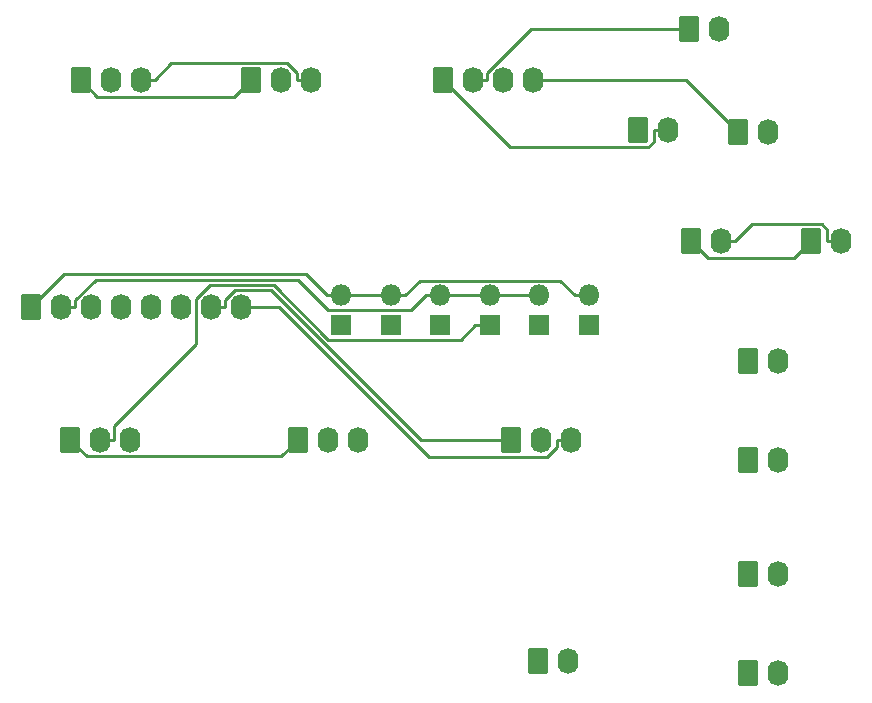
<source format=gbr>
%TF.GenerationSoftware,KiCad,Pcbnew,7.0.9*%
%TF.CreationDate,2023-12-03T16:20:27+10:00*%
%TF.ProjectId,LANDING GEAR,4c414e44-494e-4472-9047-4541522e6b69,rev?*%
%TF.SameCoordinates,Original*%
%TF.FileFunction,Copper,L1,Top*%
%TF.FilePolarity,Positive*%
%FSLAX46Y46*%
G04 Gerber Fmt 4.6, Leading zero omitted, Abs format (unit mm)*
G04 Created by KiCad (PCBNEW 7.0.9) date 2023-12-03 16:20:27*
%MOMM*%
%LPD*%
G01*
G04 APERTURE LIST*
G04 Aperture macros list*
%AMRoundRect*
0 Rectangle with rounded corners*
0 $1 Rounding radius*
0 $2 $3 $4 $5 $6 $7 $8 $9 X,Y pos of 4 corners*
0 Add a 4 corners polygon primitive as box body*
4,1,4,$2,$3,$4,$5,$6,$7,$8,$9,$2,$3,0*
0 Add four circle primitives for the rounded corners*
1,1,$1+$1,$2,$3*
1,1,$1+$1,$4,$5*
1,1,$1+$1,$6,$7*
1,1,$1+$1,$8,$9*
0 Add four rect primitives between the rounded corners*
20,1,$1+$1,$2,$3,$4,$5,0*
20,1,$1+$1,$4,$5,$6,$7,0*
20,1,$1+$1,$6,$7,$8,$9,0*
20,1,$1+$1,$8,$9,$2,$3,0*%
G04 Aperture macros list end*
%TA.AperFunction,ComponentPad*%
%ADD10RoundRect,0.250000X-0.620000X-0.845000X0.620000X-0.845000X0.620000X0.845000X-0.620000X0.845000X0*%
%TD*%
%TA.AperFunction,ComponentPad*%
%ADD11O,1.740000X2.190000*%
%TD*%
%TA.AperFunction,ComponentPad*%
%ADD12R,1.800000X1.800000*%
%TD*%
%TA.AperFunction,ComponentPad*%
%ADD13O,1.800000X1.800000*%
%TD*%
%TA.AperFunction,Conductor*%
%ADD14C,0.250000*%
%TD*%
G04 APERTURE END LIST*
D10*
%TO.P,J8,1,Pin_1*%
%TO.N,Net-(J7-Pin_1)*%
X149352000Y-70612000D03*
D11*
%TO.P,J8,2,Pin_2*%
%TO.N,Net-(J7-Pin_2)*%
X151892000Y-70612000D03*
%TD*%
D10*
%TO.P,J7,1,Pin_1*%
%TO.N,Net-(J7-Pin_1)*%
X139192000Y-70612000D03*
D11*
%TO.P,J7,2,Pin_2*%
%TO.N,Net-(J7-Pin_2)*%
X141732000Y-70612000D03*
%TD*%
D10*
%TO.P,J6,1,Pin_1*%
%TO.N,/COIL_28V*%
X144018000Y-98826000D03*
D11*
%TO.P,J6,2,Pin_2*%
%TO.N,/COIL_ANTI_SKID*%
X146558000Y-98826000D03*
%TD*%
D10*
%TO.P,J5,1,Pin_1*%
%TO.N,/COL0*%
X83312000Y-76200000D03*
D11*
%TO.P,J5,2,Pin_2*%
%TO.N,/COL1*%
X85852000Y-76200000D03*
%TO.P,J5,3,Pin_3*%
%TO.N,/ROW10*%
X88392000Y-76200000D03*
%TO.P,J5,4,Pin_4*%
%TO.N,/ROW11*%
X90932000Y-76200000D03*
%TO.P,J5,5,Pin_5*%
%TO.N,/ROW12*%
X93472000Y-76200000D03*
%TO.P,J5,6,Pin_6*%
%TO.N,/ROW13*%
X96012000Y-76200000D03*
%TO.P,J5,7,Pin_7*%
%TO.N,/ROW14*%
X98552000Y-76200000D03*
%TO.P,J5,8,Pin_8*%
%TO.N,/ROW15*%
X101092000Y-76200000D03*
%TD*%
D10*
%TO.P,J4,1,Pin_1*%
%TO.N,Net-(D10-A)*%
X118190000Y-56990000D03*
D11*
%TO.P,J4,2,Pin_2*%
%TO.N,Net-(D8-K)*%
X120730000Y-56990000D03*
%TO.P,J4,3,Pin_3*%
%TO.N,Net-(D9-K)*%
X123270000Y-56990000D03*
%TO.P,J4,4,Pin_4*%
%TO.N,Net-(D10-K)*%
X125810000Y-56990000D03*
%TD*%
D10*
%TO.P,J3,1,Pin_1*%
%TO.N,Net-(J3-Pin_1)*%
X144018000Y-80792000D03*
D11*
%TO.P,J3,2,Pin_2*%
%TO.N,Net-(J3-Pin_2)*%
X146558000Y-80792000D03*
%TD*%
D10*
%TO.P,J2,1,Pin_1*%
%TO.N,/ROW13*%
X126238000Y-106192000D03*
D11*
%TO.P,J2,2,Pin_2*%
%TO.N,Net-(D6-K)*%
X128778000Y-106192000D03*
%TD*%
D10*
%TO.P,J1,1,Pin_1*%
%TO.N,/COIL_28V*%
X144018000Y-107208000D03*
D11*
%TO.P,J1,2,Pin_2*%
%TO.N,/COIL_ANTI_SKID*%
X146558000Y-107208000D03*
%TD*%
D12*
%TO.P,D7,1,K*%
%TO.N,Net-(D7-K)*%
X130556000Y-77724000D03*
D13*
%TO.P,D7,2,A*%
%TO.N,/COL0*%
X130556000Y-75184000D03*
%TD*%
D12*
%TO.P,D6,1,K*%
%TO.N,Net-(D6-K)*%
X126360400Y-77724000D03*
D13*
%TO.P,D6,2,A*%
%TO.N,/COL1*%
X126360400Y-75184000D03*
%TD*%
D12*
%TO.P,D5,1,K*%
%TO.N,Net-(D5-K)*%
X122164800Y-77724000D03*
D13*
%TO.P,D5,2,A*%
%TO.N,/COL1*%
X122164800Y-75184000D03*
%TD*%
D12*
%TO.P,D4,1,K*%
%TO.N,Net-(D4-K)*%
X117969200Y-77724000D03*
D13*
%TO.P,D4,2,A*%
%TO.N,/COL1*%
X117969200Y-75184000D03*
%TD*%
D12*
%TO.P,D2,1,K*%
%TO.N,Net-(D2-K)*%
X113773600Y-77724000D03*
D13*
%TO.P,D2,2,A*%
%TO.N,/COL0*%
X113773600Y-75184000D03*
%TD*%
D12*
%TO.P,D1,1,K*%
%TO.N,Net-(D1-K)*%
X109578000Y-77724000D03*
D13*
%TO.P,D1,2,A*%
%TO.N,/COL0*%
X109578000Y-75184000D03*
%TD*%
D10*
%TO.P,SW5,1,1*%
%TO.N,/ROW14*%
X123952000Y-87430000D03*
D11*
%TO.P,SW5,2,2*%
%TO.N,Net-(D7-K)*%
X126492000Y-87430000D03*
%TO.P,SW5,3,3*%
%TO.N,/ROW15*%
X129032000Y-87430000D03*
%TD*%
D10*
%TO.P,SW4,1,1*%
%TO.N,/ROW12*%
X86614000Y-87430000D03*
D11*
%TO.P,SW4,2,2*%
%TO.N,Net-(D5-K)*%
X89154000Y-87430000D03*
%TO.P,SW4,3,3*%
%TO.N,/ROW13*%
X91694000Y-87430000D03*
%TD*%
D10*
%TO.P,SW3,1,1*%
%TO.N,/ROW10*%
X87500000Y-56990000D03*
D11*
%TO.P,SW3,2,2*%
%TO.N,Net-(D4-K)*%
X90040000Y-56990000D03*
%TO.P,SW3,3,3*%
%TO.N,/ROW11*%
X92580000Y-56990000D03*
%TD*%
D10*
%TO.P,SW2,1,1*%
%TO.N,/ROW12*%
X105918000Y-87430000D03*
D11*
%TO.P,SW2,2,2*%
%TO.N,Net-(D2-K)*%
X108458000Y-87430000D03*
%TO.P,SW2,3,3*%
%TO.N,/ROW13*%
X110998000Y-87430000D03*
%TD*%
D10*
%TO.P,SW1,1,1*%
%TO.N,/ROW10*%
X101930000Y-56990000D03*
D11*
%TO.P,SW1,2,2*%
%TO.N,Net-(D1-K)*%
X104470000Y-56990000D03*
%TO.P,SW1,3,3*%
%TO.N,/ROW11*%
X107010000Y-56990000D03*
%TD*%
D10*
%TO.P,LA1,1,-*%
%TO.N,Net-(J3-Pin_1)*%
X144018000Y-89174000D03*
D11*
%TO.P,LA1,2,+*%
%TO.N,Net-(J3-Pin_2)*%
X146558000Y-89174000D03*
%TD*%
D10*
%TO.P,D10,1,K*%
%TO.N,Net-(D10-K)*%
X143130000Y-61350000D03*
D11*
%TO.P,D10,2,A*%
%TO.N,Net-(D10-A)*%
X145670000Y-61350000D03*
%TD*%
D10*
%TO.P,D9,1,K*%
%TO.N,Net-(D9-K)*%
X134720000Y-61220000D03*
D11*
%TO.P,D9,2,A*%
%TO.N,Net-(D10-A)*%
X137260000Y-61220000D03*
%TD*%
D10*
%TO.P,D8,1,K*%
%TO.N,Net-(D8-K)*%
X138990000Y-52660000D03*
D11*
%TO.P,D8,2,A*%
%TO.N,Net-(D10-A)*%
X141530000Y-52660000D03*
%TD*%
D14*
%TO.N,Net-(J7-Pin_2)*%
X150696700Y-69640800D02*
X150696700Y-70612000D01*
X150239500Y-69183600D02*
X150696700Y-69640800D01*
X144355700Y-69183600D02*
X150239500Y-69183600D01*
X142927300Y-70612000D02*
X144355700Y-69183600D01*
X141732000Y-70612000D02*
X142927300Y-70612000D01*
X151892000Y-70612000D02*
X150696700Y-70612000D01*
%TO.N,Net-(J7-Pin_1)*%
X147893100Y-72070900D02*
X149352000Y-70612000D01*
X140650900Y-72070900D02*
X147893100Y-72070900D01*
X139192000Y-70612000D02*
X140650900Y-72070900D01*
%TO.N,/ROW15*%
X104329700Y-76200000D02*
X101092000Y-76200000D01*
X117007700Y-88878000D02*
X104329700Y-76200000D01*
X126986300Y-88878000D02*
X117007700Y-88878000D01*
X127836700Y-88027600D02*
X126986300Y-88878000D01*
X127836700Y-87430000D02*
X127836700Y-88027600D01*
X129032000Y-87430000D02*
X127836700Y-87430000D01*
%TO.N,/ROW14*%
X98552000Y-76200000D02*
X99747300Y-76200000D01*
X99747300Y-75602300D02*
X99747300Y-76200000D01*
X100577800Y-74771800D02*
X99747300Y-75602300D01*
X103670200Y-74771800D02*
X100577800Y-74771800D01*
X116328400Y-87430000D02*
X103670200Y-74771800D01*
X123952000Y-87430000D02*
X116328400Y-87430000D01*
%TO.N,/ROW12*%
X88035100Y-88851100D02*
X86614000Y-87430000D01*
X104496900Y-88851100D02*
X88035100Y-88851100D01*
X105918000Y-87430000D02*
X104496900Y-88851100D01*
%TO.N,/ROW11*%
X95200200Y-55565100D02*
X93775300Y-56990000D01*
X104987400Y-55565100D02*
X95200200Y-55565100D01*
X105814700Y-56392400D02*
X104987400Y-55565100D01*
X105814700Y-56990000D02*
X105814700Y-56392400D01*
X107010000Y-56990000D02*
X105814700Y-56990000D01*
X92580000Y-56990000D02*
X93775300Y-56990000D01*
%TO.N,/ROW10*%
X88929000Y-58419000D02*
X87500000Y-56990000D01*
X100501000Y-58419000D02*
X88929000Y-58419000D01*
X101930000Y-56990000D02*
X100501000Y-58419000D01*
%TO.N,Net-(D10-K)*%
X138770000Y-56990000D02*
X143130000Y-61350000D01*
X125810000Y-56990000D02*
X138770000Y-56990000D01*
%TO.N,Net-(D10-A)*%
X136064700Y-62191200D02*
X136064700Y-61220000D01*
X135582600Y-62673300D02*
X136064700Y-62191200D01*
X123873300Y-62673300D02*
X135582600Y-62673300D01*
X118190000Y-56990000D02*
X123873300Y-62673300D01*
X137260000Y-61220000D02*
X136064700Y-61220000D01*
%TO.N,Net-(D8-K)*%
X125657600Y-52660000D02*
X138990000Y-52660000D01*
X121925300Y-56392300D02*
X125657600Y-52660000D01*
X121925300Y-56990000D02*
X121925300Y-56392300D01*
X120730000Y-56990000D02*
X121925300Y-56990000D01*
%TO.N,Net-(D5-K)*%
X119714200Y-78949300D02*
X120939500Y-77724000D01*
X108484600Y-78949300D02*
X119714200Y-78949300D01*
X103856700Y-74321400D02*
X108484600Y-78949300D01*
X98459600Y-74321400D02*
X103856700Y-74321400D01*
X97282000Y-75499000D02*
X98459600Y-74321400D01*
X97282000Y-79302000D02*
X97282000Y-75499000D01*
X90349300Y-86234700D02*
X97282000Y-79302000D01*
X90349300Y-87430000D02*
X90349300Y-86234700D01*
X89154000Y-87430000D02*
X90349300Y-87430000D01*
X122164800Y-77724000D02*
X120939500Y-77724000D01*
%TO.N,/COL1*%
X122164800Y-75184000D02*
X126360400Y-75184000D01*
X122164800Y-75184000D02*
X117969200Y-75184000D01*
X117969200Y-75184000D02*
X116743900Y-75184000D01*
X85852000Y-76200000D02*
X87047300Y-76200000D01*
X87047300Y-75602300D02*
X87047300Y-76200000D01*
X88778500Y-73871100D02*
X87047300Y-75602300D01*
X105893800Y-73871100D02*
X88778500Y-73871100D01*
X108467300Y-76444600D02*
X105893800Y-73871100D01*
X115483300Y-76444600D02*
X108467300Y-76444600D01*
X116743900Y-75184000D02*
X115483300Y-76444600D01*
%TO.N,/COL0*%
X130556000Y-75184000D02*
X129330700Y-75184000D01*
X128105400Y-73958700D02*
X129330700Y-75184000D01*
X116224200Y-73958700D02*
X128105400Y-73958700D01*
X114998900Y-75184000D02*
X116224200Y-73958700D01*
X113773600Y-75184000D02*
X114998900Y-75184000D01*
X113773600Y-75184000D02*
X109578000Y-75184000D01*
X109578000Y-75184000D02*
X108352700Y-75184000D01*
X86091200Y-73420800D02*
X83312000Y-76200000D01*
X106589500Y-73420800D02*
X86091200Y-73420800D01*
X108352700Y-75184000D02*
X106589500Y-73420800D01*
%TD*%
M02*

</source>
